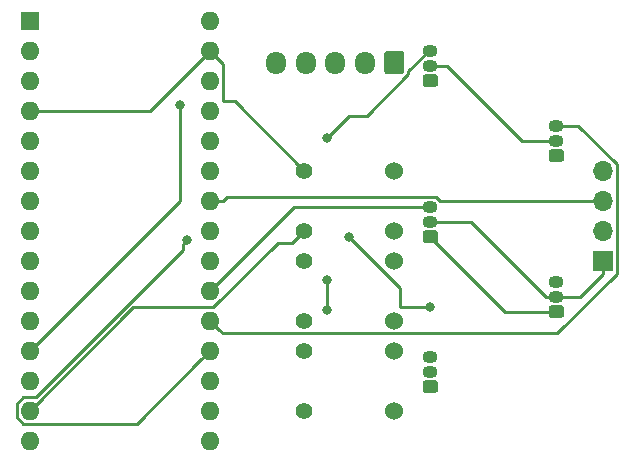
<source format=gbr>
%TF.GenerationSoftware,KiCad,Pcbnew,(5.1.2)-2*%
%TF.CreationDate,2021-07-28T17:12:53+02:00*%
%TF.ProjectId,SFB,5346422e-6b69-4636-9164-5f7063625858,1*%
%TF.SameCoordinates,Original*%
%TF.FileFunction,Copper,L2,Bot*%
%TF.FilePolarity,Positive*%
%FSLAX46Y46*%
G04 Gerber Fmt 4.6, Leading zero omitted, Abs format (unit mm)*
G04 Created by KiCad (PCBNEW (5.1.2)-2) date 2021-07-28 17:12:53*
%MOMM*%
%LPD*%
G04 APERTURE LIST*
%ADD10O,1.600000X1.600000*%
%ADD11R,1.600000X1.600000*%
%ADD12O,1.700000X1.700000*%
%ADD13R,1.700000X1.700000*%
%ADD14C,1.524000*%
%ADD15C,1.397000*%
%ADD16O,1.700000X1.950000*%
%ADD17C,0.100000*%
%ADD18C,1.700000*%
%ADD19C,1.050000*%
%ADD20O,1.300000X1.050000*%
%ADD21C,0.800000*%
%ADD22C,0.250000*%
G04 APERTURE END LIST*
D10*
X59309000Y-125984000D03*
X44069000Y-125984000D03*
X59309000Y-90424000D03*
X44069000Y-123444000D03*
X59309000Y-92964000D03*
X44069000Y-120904000D03*
X59309000Y-95504000D03*
X44069000Y-118364000D03*
X59309000Y-98044000D03*
X44069000Y-115824000D03*
X59309000Y-100584000D03*
X44069000Y-113284000D03*
X59309000Y-103124000D03*
X44069000Y-110744000D03*
X59309000Y-105664000D03*
X44069000Y-108204000D03*
X59309000Y-108204000D03*
X44069000Y-105664000D03*
X59309000Y-110744000D03*
X44069000Y-103124000D03*
X59309000Y-113284000D03*
X44069000Y-100584000D03*
X59309000Y-115824000D03*
X44069000Y-98044000D03*
X59309000Y-118364000D03*
X44069000Y-95504000D03*
X59309000Y-120904000D03*
X44069000Y-92964000D03*
X59309000Y-123444000D03*
D11*
X44069000Y-90424000D03*
D12*
X92583000Y-103124000D03*
X92583000Y-105664000D03*
X92583000Y-108204000D03*
D13*
X92583000Y-110744000D03*
D14*
X74930000Y-115824000D03*
X74930000Y-110744000D03*
D15*
X67310000Y-115824000D03*
X67310000Y-110744000D03*
D14*
X74930000Y-123444000D03*
X74930000Y-118364000D03*
D15*
X67310000Y-123444000D03*
X67310000Y-118364000D03*
D16*
X64930000Y-93980000D03*
X67430000Y-93980000D03*
X69930000Y-93980000D03*
X72430000Y-93980000D03*
D17*
G36*
X75554504Y-93006204D02*
G01*
X75578773Y-93009804D01*
X75602571Y-93015765D01*
X75625671Y-93024030D01*
X75647849Y-93034520D01*
X75668893Y-93047133D01*
X75688598Y-93061747D01*
X75706777Y-93078223D01*
X75723253Y-93096402D01*
X75737867Y-93116107D01*
X75750480Y-93137151D01*
X75760970Y-93159329D01*
X75769235Y-93182429D01*
X75775196Y-93206227D01*
X75778796Y-93230496D01*
X75780000Y-93255000D01*
X75780000Y-94705000D01*
X75778796Y-94729504D01*
X75775196Y-94753773D01*
X75769235Y-94777571D01*
X75760970Y-94800671D01*
X75750480Y-94822849D01*
X75737867Y-94843893D01*
X75723253Y-94863598D01*
X75706777Y-94881777D01*
X75688598Y-94898253D01*
X75668893Y-94912867D01*
X75647849Y-94925480D01*
X75625671Y-94935970D01*
X75602571Y-94944235D01*
X75578773Y-94950196D01*
X75554504Y-94953796D01*
X75530000Y-94955000D01*
X74330000Y-94955000D01*
X74305496Y-94953796D01*
X74281227Y-94950196D01*
X74257429Y-94944235D01*
X74234329Y-94935970D01*
X74212151Y-94925480D01*
X74191107Y-94912867D01*
X74171402Y-94898253D01*
X74153223Y-94881777D01*
X74136747Y-94863598D01*
X74122133Y-94843893D01*
X74109520Y-94822849D01*
X74099030Y-94800671D01*
X74090765Y-94777571D01*
X74084804Y-94753773D01*
X74081204Y-94729504D01*
X74080000Y-94705000D01*
X74080000Y-93255000D01*
X74081204Y-93230496D01*
X74084804Y-93206227D01*
X74090765Y-93182429D01*
X74099030Y-93159329D01*
X74109520Y-93137151D01*
X74122133Y-93116107D01*
X74136747Y-93096402D01*
X74153223Y-93078223D01*
X74171402Y-93061747D01*
X74191107Y-93047133D01*
X74212151Y-93034520D01*
X74234329Y-93024030D01*
X74257429Y-93015765D01*
X74281227Y-93009804D01*
X74305496Y-93006204D01*
X74330000Y-93005000D01*
X75530000Y-93005000D01*
X75554504Y-93006204D01*
X75554504Y-93006204D01*
G37*
D18*
X74930000Y-93980000D03*
D17*
G36*
X89070594Y-114538203D02*
G01*
X89094853Y-114541802D01*
X89118642Y-114547761D01*
X89141733Y-114556023D01*
X89163902Y-114566508D01*
X89184937Y-114579116D01*
X89204635Y-114593725D01*
X89222806Y-114610194D01*
X89239275Y-114628365D01*
X89253884Y-114648063D01*
X89266492Y-114669098D01*
X89276977Y-114691267D01*
X89285239Y-114714358D01*
X89291198Y-114738147D01*
X89294797Y-114762406D01*
X89296000Y-114786900D01*
X89296000Y-115337100D01*
X89294797Y-115361594D01*
X89291198Y-115385853D01*
X89285239Y-115409642D01*
X89276977Y-115432733D01*
X89266492Y-115454902D01*
X89253884Y-115475937D01*
X89239275Y-115495635D01*
X89222806Y-115513806D01*
X89204635Y-115530275D01*
X89184937Y-115544884D01*
X89163902Y-115557492D01*
X89141733Y-115567977D01*
X89118642Y-115576239D01*
X89094853Y-115582198D01*
X89070594Y-115585797D01*
X89046100Y-115587000D01*
X88245900Y-115587000D01*
X88221406Y-115585797D01*
X88197147Y-115582198D01*
X88173358Y-115576239D01*
X88150267Y-115567977D01*
X88128098Y-115557492D01*
X88107063Y-115544884D01*
X88087365Y-115530275D01*
X88069194Y-115513806D01*
X88052725Y-115495635D01*
X88038116Y-115475937D01*
X88025508Y-115454902D01*
X88015023Y-115432733D01*
X88006761Y-115409642D01*
X88000802Y-115385853D01*
X87997203Y-115361594D01*
X87996000Y-115337100D01*
X87996000Y-114786900D01*
X87997203Y-114762406D01*
X88000802Y-114738147D01*
X88006761Y-114714358D01*
X88015023Y-114691267D01*
X88025508Y-114669098D01*
X88038116Y-114648063D01*
X88052725Y-114628365D01*
X88069194Y-114610194D01*
X88087365Y-114593725D01*
X88107063Y-114579116D01*
X88128098Y-114566508D01*
X88150267Y-114556023D01*
X88173358Y-114547761D01*
X88197147Y-114541802D01*
X88221406Y-114538203D01*
X88245900Y-114537000D01*
X89046100Y-114537000D01*
X89070594Y-114538203D01*
X89070594Y-114538203D01*
G37*
D19*
X88646000Y-115062000D03*
D20*
X88646000Y-112522000D03*
X88646000Y-113792000D03*
D17*
G36*
X89070594Y-101330203D02*
G01*
X89094853Y-101333802D01*
X89118642Y-101339761D01*
X89141733Y-101348023D01*
X89163902Y-101358508D01*
X89184937Y-101371116D01*
X89204635Y-101385725D01*
X89222806Y-101402194D01*
X89239275Y-101420365D01*
X89253884Y-101440063D01*
X89266492Y-101461098D01*
X89276977Y-101483267D01*
X89285239Y-101506358D01*
X89291198Y-101530147D01*
X89294797Y-101554406D01*
X89296000Y-101578900D01*
X89296000Y-102129100D01*
X89294797Y-102153594D01*
X89291198Y-102177853D01*
X89285239Y-102201642D01*
X89276977Y-102224733D01*
X89266492Y-102246902D01*
X89253884Y-102267937D01*
X89239275Y-102287635D01*
X89222806Y-102305806D01*
X89204635Y-102322275D01*
X89184937Y-102336884D01*
X89163902Y-102349492D01*
X89141733Y-102359977D01*
X89118642Y-102368239D01*
X89094853Y-102374198D01*
X89070594Y-102377797D01*
X89046100Y-102379000D01*
X88245900Y-102379000D01*
X88221406Y-102377797D01*
X88197147Y-102374198D01*
X88173358Y-102368239D01*
X88150267Y-102359977D01*
X88128098Y-102349492D01*
X88107063Y-102336884D01*
X88087365Y-102322275D01*
X88069194Y-102305806D01*
X88052725Y-102287635D01*
X88038116Y-102267937D01*
X88025508Y-102246902D01*
X88015023Y-102224733D01*
X88006761Y-102201642D01*
X88000802Y-102177853D01*
X87997203Y-102153594D01*
X87996000Y-102129100D01*
X87996000Y-101578900D01*
X87997203Y-101554406D01*
X88000802Y-101530147D01*
X88006761Y-101506358D01*
X88015023Y-101483267D01*
X88025508Y-101461098D01*
X88038116Y-101440063D01*
X88052725Y-101420365D01*
X88069194Y-101402194D01*
X88087365Y-101385725D01*
X88107063Y-101371116D01*
X88128098Y-101358508D01*
X88150267Y-101348023D01*
X88173358Y-101339761D01*
X88197147Y-101333802D01*
X88221406Y-101330203D01*
X88245900Y-101329000D01*
X89046100Y-101329000D01*
X89070594Y-101330203D01*
X89070594Y-101330203D01*
G37*
D19*
X88646000Y-101854000D03*
D20*
X88646000Y-99314000D03*
X88646000Y-100584000D03*
D17*
G36*
X78402594Y-120888203D02*
G01*
X78426853Y-120891802D01*
X78450642Y-120897761D01*
X78473733Y-120906023D01*
X78495902Y-120916508D01*
X78516937Y-120929116D01*
X78536635Y-120943725D01*
X78554806Y-120960194D01*
X78571275Y-120978365D01*
X78585884Y-120998063D01*
X78598492Y-121019098D01*
X78608977Y-121041267D01*
X78617239Y-121064358D01*
X78623198Y-121088147D01*
X78626797Y-121112406D01*
X78628000Y-121136900D01*
X78628000Y-121687100D01*
X78626797Y-121711594D01*
X78623198Y-121735853D01*
X78617239Y-121759642D01*
X78608977Y-121782733D01*
X78598492Y-121804902D01*
X78585884Y-121825937D01*
X78571275Y-121845635D01*
X78554806Y-121863806D01*
X78536635Y-121880275D01*
X78516937Y-121894884D01*
X78495902Y-121907492D01*
X78473733Y-121917977D01*
X78450642Y-121926239D01*
X78426853Y-121932198D01*
X78402594Y-121935797D01*
X78378100Y-121937000D01*
X77577900Y-121937000D01*
X77553406Y-121935797D01*
X77529147Y-121932198D01*
X77505358Y-121926239D01*
X77482267Y-121917977D01*
X77460098Y-121907492D01*
X77439063Y-121894884D01*
X77419365Y-121880275D01*
X77401194Y-121863806D01*
X77384725Y-121845635D01*
X77370116Y-121825937D01*
X77357508Y-121804902D01*
X77347023Y-121782733D01*
X77338761Y-121759642D01*
X77332802Y-121735853D01*
X77329203Y-121711594D01*
X77328000Y-121687100D01*
X77328000Y-121136900D01*
X77329203Y-121112406D01*
X77332802Y-121088147D01*
X77338761Y-121064358D01*
X77347023Y-121041267D01*
X77357508Y-121019098D01*
X77370116Y-120998063D01*
X77384725Y-120978365D01*
X77401194Y-120960194D01*
X77419365Y-120943725D01*
X77439063Y-120929116D01*
X77460098Y-120916508D01*
X77482267Y-120906023D01*
X77505358Y-120897761D01*
X77529147Y-120891802D01*
X77553406Y-120888203D01*
X77577900Y-120887000D01*
X78378100Y-120887000D01*
X78402594Y-120888203D01*
X78402594Y-120888203D01*
G37*
D19*
X77978000Y-121412000D03*
D20*
X77978000Y-118872000D03*
X77978000Y-120142000D03*
D17*
G36*
X78402594Y-108188203D02*
G01*
X78426853Y-108191802D01*
X78450642Y-108197761D01*
X78473733Y-108206023D01*
X78495902Y-108216508D01*
X78516937Y-108229116D01*
X78536635Y-108243725D01*
X78554806Y-108260194D01*
X78571275Y-108278365D01*
X78585884Y-108298063D01*
X78598492Y-108319098D01*
X78608977Y-108341267D01*
X78617239Y-108364358D01*
X78623198Y-108388147D01*
X78626797Y-108412406D01*
X78628000Y-108436900D01*
X78628000Y-108987100D01*
X78626797Y-109011594D01*
X78623198Y-109035853D01*
X78617239Y-109059642D01*
X78608977Y-109082733D01*
X78598492Y-109104902D01*
X78585884Y-109125937D01*
X78571275Y-109145635D01*
X78554806Y-109163806D01*
X78536635Y-109180275D01*
X78516937Y-109194884D01*
X78495902Y-109207492D01*
X78473733Y-109217977D01*
X78450642Y-109226239D01*
X78426853Y-109232198D01*
X78402594Y-109235797D01*
X78378100Y-109237000D01*
X77577900Y-109237000D01*
X77553406Y-109235797D01*
X77529147Y-109232198D01*
X77505358Y-109226239D01*
X77482267Y-109217977D01*
X77460098Y-109207492D01*
X77439063Y-109194884D01*
X77419365Y-109180275D01*
X77401194Y-109163806D01*
X77384725Y-109145635D01*
X77370116Y-109125937D01*
X77357508Y-109104902D01*
X77347023Y-109082733D01*
X77338761Y-109059642D01*
X77332802Y-109035853D01*
X77329203Y-109011594D01*
X77328000Y-108987100D01*
X77328000Y-108436900D01*
X77329203Y-108412406D01*
X77332802Y-108388147D01*
X77338761Y-108364358D01*
X77347023Y-108341267D01*
X77357508Y-108319098D01*
X77370116Y-108298063D01*
X77384725Y-108278365D01*
X77401194Y-108260194D01*
X77419365Y-108243725D01*
X77439063Y-108229116D01*
X77460098Y-108216508D01*
X77482267Y-108206023D01*
X77505358Y-108197761D01*
X77529147Y-108191802D01*
X77553406Y-108188203D01*
X77577900Y-108187000D01*
X78378100Y-108187000D01*
X78402594Y-108188203D01*
X78402594Y-108188203D01*
G37*
D19*
X77978000Y-108712000D03*
D20*
X77978000Y-106172000D03*
X77978000Y-107442000D03*
D17*
G36*
X78402594Y-94980203D02*
G01*
X78426853Y-94983802D01*
X78450642Y-94989761D01*
X78473733Y-94998023D01*
X78495902Y-95008508D01*
X78516937Y-95021116D01*
X78536635Y-95035725D01*
X78554806Y-95052194D01*
X78571275Y-95070365D01*
X78585884Y-95090063D01*
X78598492Y-95111098D01*
X78608977Y-95133267D01*
X78617239Y-95156358D01*
X78623198Y-95180147D01*
X78626797Y-95204406D01*
X78628000Y-95228900D01*
X78628000Y-95779100D01*
X78626797Y-95803594D01*
X78623198Y-95827853D01*
X78617239Y-95851642D01*
X78608977Y-95874733D01*
X78598492Y-95896902D01*
X78585884Y-95917937D01*
X78571275Y-95937635D01*
X78554806Y-95955806D01*
X78536635Y-95972275D01*
X78516937Y-95986884D01*
X78495902Y-95999492D01*
X78473733Y-96009977D01*
X78450642Y-96018239D01*
X78426853Y-96024198D01*
X78402594Y-96027797D01*
X78378100Y-96029000D01*
X77577900Y-96029000D01*
X77553406Y-96027797D01*
X77529147Y-96024198D01*
X77505358Y-96018239D01*
X77482267Y-96009977D01*
X77460098Y-95999492D01*
X77439063Y-95986884D01*
X77419365Y-95972275D01*
X77401194Y-95955806D01*
X77384725Y-95937635D01*
X77370116Y-95917937D01*
X77357508Y-95896902D01*
X77347023Y-95874733D01*
X77338761Y-95851642D01*
X77332802Y-95827853D01*
X77329203Y-95803594D01*
X77328000Y-95779100D01*
X77328000Y-95228900D01*
X77329203Y-95204406D01*
X77332802Y-95180147D01*
X77338761Y-95156358D01*
X77347023Y-95133267D01*
X77357508Y-95111098D01*
X77370116Y-95090063D01*
X77384725Y-95070365D01*
X77401194Y-95052194D01*
X77419365Y-95035725D01*
X77439063Y-95021116D01*
X77460098Y-95008508D01*
X77482267Y-94998023D01*
X77505358Y-94989761D01*
X77529147Y-94983802D01*
X77553406Y-94980203D01*
X77577900Y-94979000D01*
X78378100Y-94979000D01*
X78402594Y-94980203D01*
X78402594Y-94980203D01*
G37*
D19*
X77978000Y-95504000D03*
D20*
X77978000Y-92964000D03*
X77978000Y-94234000D03*
D14*
X74930000Y-108204000D03*
X74930000Y-103124000D03*
D15*
X67310000Y-108204000D03*
X67310000Y-103124000D03*
D21*
X56769000Y-97536000D03*
X69215000Y-112395000D03*
X69215000Y-114935000D03*
X71120000Y-108712000D03*
X77978000Y-114681000D03*
X69215000Y-100330000D03*
X57404000Y-108966000D03*
D22*
X44069000Y-118364000D02*
X56769000Y-105664000D01*
X56769000Y-105664000D02*
X56769000Y-97536000D01*
X84328000Y-115062000D02*
X77978000Y-108712000D01*
X88646000Y-115062000D02*
X84328000Y-115062000D01*
X54229000Y-98044000D02*
X44069000Y-98044000D01*
X59309000Y-92964000D02*
X54229000Y-98044000D01*
X78878000Y-107442000D02*
X77978000Y-107442000D01*
X81396000Y-107442000D02*
X78878000Y-107442000D01*
X87746000Y-113792000D02*
X81396000Y-107442000D01*
X88646000Y-113792000D02*
X87746000Y-113792000D01*
X89546000Y-113792000D02*
X88646000Y-113792000D01*
X90635000Y-113792000D02*
X89546000Y-113792000D01*
X92583000Y-111844000D02*
X90635000Y-113792000D01*
X92583000Y-110744000D02*
X92583000Y-111844000D01*
X66818719Y-118356499D02*
X67308283Y-118356499D01*
X61450001Y-97264001D02*
X67310000Y-103124000D01*
X60434001Y-97264001D02*
X61450001Y-97264001D01*
X59309000Y-92964000D02*
X60434001Y-94089001D01*
X60434001Y-94089001D02*
X60434001Y-97264001D01*
X69215000Y-112395000D02*
X69215000Y-114935000D01*
X85725000Y-100584000D02*
X88646000Y-100584000D01*
X77978000Y-94234000D02*
X79375000Y-94234000D01*
X79375000Y-94234000D02*
X85725000Y-100584000D01*
X66294000Y-109220000D02*
X67310000Y-108204000D01*
X65038002Y-109220000D02*
X66294000Y-109220000D01*
X59559003Y-114698999D02*
X65038002Y-109220000D01*
X44069000Y-123444000D02*
X52814001Y-114698999D01*
X52814001Y-114698999D02*
X59559003Y-114698999D01*
X75438000Y-114681000D02*
X77978000Y-114681000D01*
X75438000Y-113030000D02*
X71120000Y-108712000D01*
X75438000Y-114681000D02*
X75438000Y-113030000D01*
X60440370Y-105664000D02*
X59309000Y-105664000D01*
X60782380Y-105321990D02*
X60440370Y-105664000D01*
X78455085Y-105321990D02*
X60782380Y-105321990D01*
X78797095Y-105664000D02*
X78455085Y-105321990D01*
X92583000Y-105664000D02*
X78797095Y-105664000D01*
X66421000Y-106172000D02*
X59309000Y-113284000D01*
X77978000Y-106172000D02*
X66421000Y-106172000D01*
X90512002Y-99314000D02*
X93758001Y-102559999D01*
X60108999Y-116623999D02*
X59309000Y-115824000D01*
X93758001Y-102559999D02*
X93758001Y-111854001D01*
X88646000Y-99314000D02*
X90512002Y-99314000D01*
X93758001Y-111854001D02*
X88701001Y-116911001D01*
X88701001Y-116911001D02*
X60396001Y-116911001D01*
X60396001Y-116911001D02*
X60108999Y-116623999D01*
X53103999Y-124569001D02*
X58509001Y-119163999D01*
X58509001Y-119163999D02*
X59309000Y-118364000D01*
X43528999Y-124569001D02*
X53103999Y-124569001D01*
X42943999Y-123984001D02*
X43528999Y-124569001D01*
X43528999Y-122318999D02*
X42943999Y-122903999D01*
X44557591Y-122318999D02*
X43528999Y-122318999D01*
X57004001Y-109872589D02*
X44557591Y-122318999D01*
X42943999Y-122903999D02*
X42943999Y-123984001D01*
X57004001Y-109365999D02*
X57004001Y-109872589D01*
X57404000Y-108966000D02*
X57004001Y-109365999D01*
X71081010Y-98463990D02*
X69215000Y-100330000D01*
X72584200Y-98463990D02*
X71081010Y-98463990D01*
X76105010Y-94943180D02*
X72584200Y-98463990D01*
X76105010Y-94711990D02*
X76105010Y-94943180D01*
X77853000Y-92964000D02*
X76105010Y-94711990D01*
X77978000Y-92964000D02*
X77853000Y-92964000D01*
M02*

</source>
